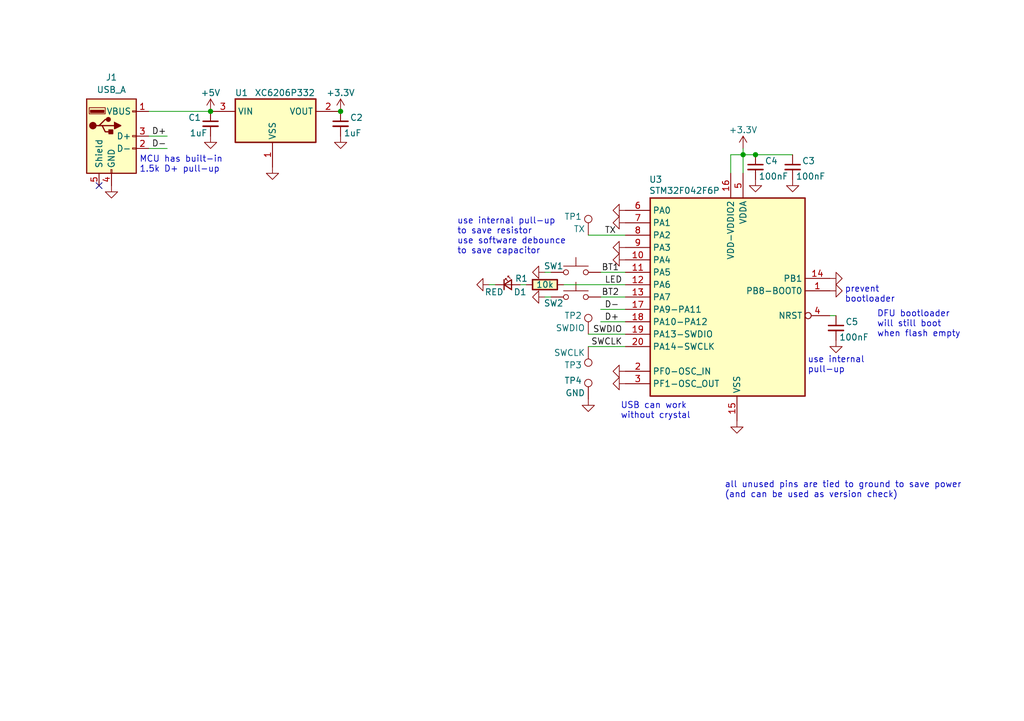
<source format=kicad_sch>
(kicad_sch (version 20231120) (generator "eeschema") (generator_version "8.0")
  (paper "A5")
  (title_block (title "passkey") (date "$date$") (rev "$version$.$revision$") (company "CuVoodoo") (comment 1 "King Kévin") (comment 2 "CERN-OHL-S") (comment 3 "credential typer"))
  (lib_symbols
    (symbol "Connector:TestPoint" (pin_numbers hide) (pin_names (offset 0.762) hide)
      (property "Reference" "TP" (at 0 6.858 0))
      (property "Value" "TestPoint" (at 0 5.08 0))
      (symbol "TestPoint_0_1"
        (circle (center 0 3.302) (radius 0.762))
      )
      (symbol "TestPoint_1_1"
        (pin passive line (at 0 0 90) (length 2.54) (name "1") (number "1"))
      )
    )
    (symbol "Connector:USB_A" (pin_names (offset 1.016))
      (property "Reference" "J" (at -5.08 11.43 0))
      (property "Value" "USB_A" (at -5.08 8.89 0))
      (symbol "USB_A_0_1"
        (rectangle (start -5.08 -7.62) (end 5.08 7.62) (stroke (width 0.254)) (fill (type background)))
        (circle (center -3.81 2.159) (radius 0.635) (stroke (width 0.254)) (fill (type outline)))
        (rectangle (start -1.524 4.826) (end -4.318 5.334) (fill (type outline)))
        (rectangle (start -1.27 4.572) (end -4.572 5.842))
        (circle (center -0.635 3.429) (radius 0.381) (stroke (width 0.254)) (fill (type outline)))
        (rectangle (start -0.127 -7.62) (end 0.127 -6.858))
        (polyline (pts (xy -3.175 2.159) (xy -2.54 2.159) (xy -1.27 3.429) (xy -0.635 3.429)) (stroke (width 0.254)))
        (polyline (pts (xy -2.54 2.159) (xy -1.905 2.159) (xy -1.27 0.889) (xy 0 0.889)) (stroke (width 0.254)))
        (polyline (pts (xy 0.635 2.794) (xy 0.635 1.524) (xy 1.905 2.159) (xy 0.635 2.794)) (stroke (width 0.254)) (fill (type outline)))
        (rectangle (start 0.254 1.27) (end -0.508 0.508) (stroke (width 0.254)) (fill (type outline)))
        (rectangle (start 5.08 -2.667) (end 4.318 -2.413))
        (rectangle (start 5.08 -0.127) (end 4.318 0.127))
        (rectangle (start 5.08 4.953) (end 4.318 5.207))
      )
      (symbol "USB_A_1_1"
        (polyline (pts (xy -1.905 2.159) (xy 0.635 2.159)) (stroke (width 0.254)))
        (pin power_in line (at 7.62 5.08 180) (length 2.54) (name "VBUS") (number "1"))
        (pin bidirectional line (at 7.62 -2.54 180) (length 2.54) (name "D-") (number "2"))
        (pin bidirectional line (at 7.62 0 180) (length 2.54) (name "D+") (number "3"))
        (pin power_in line (at 0 -10.16 90) (length 2.54) (name "GND") (number "4"))
        (pin passive line (at -2.54 -10.16 90) (length 2.54) (name "Shield") (number "5"))
      )
    )
    (symbol "partdb:LED/KT-0603R" (pin_numbers hide) (pin_names (offset 0.254) hide)
      (property "Reference" "D" (at -1.27 3.175 0))
      (property "Value" "LED_Small" (at -4.445 -2.54 0))
      (symbol "LED/KT-0603R_0_1"
        (polyline (pts (xy -0.762 -1.016) (xy -0.762 1.016)) (stroke (width 0.254)))
        (polyline (pts (xy 1.016 0) (xy -0.762 0)))
        (polyline (pts (xy 0.762 -1.016) (xy -0.762 0) (xy 0.762 1.016) (xy 0.762 -1.016)) (stroke (width 0.254)))
        (polyline (pts (xy 0 0.762) (xy -0.508 1.27) (xy -0.254 1.27) (xy -0.508 1.27) (xy -0.508 1.016)))
        (polyline (pts (xy 0.508 1.27) (xy 0 1.778) (xy 0.254 1.778) (xy 0 1.778) (xy 0 1.524)))
      )
      (symbol "LED/KT-0603R_1_1"
        (pin passive line (at -2.54 0 0) (length 1.778) (name "K") (number "1"))
        (pin passive line (at 2.54 0 180) (length 1.778) (name "A") (number "2"))
      )
    )
    (symbol "partdb:MCU/STM32F042F6P6"
      (property "Reference" "U" (at 0 0.762 0))
      (property "Value" "STM32F042FxP" (at 18.542 -41.402 0))
      (symbol "MCU/STM32F042F6P6_1_1"
        (rectangle (start 0 0) (end 31.75 -40.64) (stroke (width 0.305)) (fill (type background)))
        (pin bidirectional line (at 36.83 -19.05 180) (length 5.08) (name "PB8-BOOT0") (number "1"))
        (pin bidirectional line (at -5.08 -12.7 0) (length 5.08) (name "PA4") (number "10"))
        (pin bidirectional line (at -5.08 -15.24 0) (length 5.08) (name "PA5") (number "11"))
        (pin bidirectional line (at -5.08 -17.78 0) (length 5.08) (name "PA6") (number "12"))
        (pin bidirectional line (at -5.08 -20.32 0) (length 5.08) (name "PA7") (number "13"))
        (pin bidirectional line (at 36.83 -16.51 180) (length 5.08) (name "PB1") (number "14"))
        (pin power_in line (at 17.78 -45.72 90) (length 5.08) (name "VSS") (number "15"))
        (pin unspecified line (at 16.51 5.08 270) (length 5.08) (name "VDD-VDDIO2") (number "16"))
        (pin bidirectional line (at -5.08 -22.86 0) (length 5.08) (name "PA9-PA11") (number "17"))
        (pin bidirectional line (at -5.08 -25.4 0) (length 5.08) (name "PA10-PA12") (number "18"))
        (pin bidirectional line (at -5.08 -27.94 0) (length 5.08) (name "PA13-SWDIO") (number "19"))
        (pin bidirectional line (at -5.08 -35.56 0) (length 5.08) (name "PF0-OSC_IN") (number "2"))
        (pin bidirectional line (at -5.08 -30.48 0) (length 5.08) (name "PA14-SWCLK") (number "20"))
        (pin bidirectional line (at -5.08 -38.1 0) (length 5.08) (name "PF1-OSC_OUT") (number "3"))
        (pin input inverted (at 36.83 -24.13 180) (length 5.08) (name "NRST") (number "4"))
        (pin power_in line (at 19.05 5.08 270) (length 5.08) (name "VDDA") (number "5"))
        (pin bidirectional line (at -5.08 -2.54 0) (length 5.08) (name "PA0") (number "6"))
        (pin bidirectional line (at -5.08 -5.08 0) (length 5.08) (name "PA1") (number "7"))
        (pin bidirectional line (at -5.08 -7.62 0) (length 5.08) (name "PA2") (number "8"))
        (pin bidirectional line (at -5.08 -10.16 0) (length 5.08) (name "PA3") (number "9"))
      )
    )
    (symbol "partdb:button/1TS003B-1900-3500A-CT" (pin_numbers hide) (pin_names (offset 1.016) hide)
      (property "Reference" "SW" (at 1.27 2.54 0))
      (property "Value" "SW_Push" (at 0 -1.524 0))
      (symbol "button/1TS003B-1900-3500A-CT_0_1"
        (circle (center -2.032 0) (radius 0.508))
        (polyline (pts (xy 0 1.27) (xy 0 3.048)))
        (polyline (pts (xy 2.54 1.27) (xy -2.54 1.27)))
        (circle (center 2.032 0) (radius 0.508))
        (pin passive line (at -5.08 0 0) (length 2.54) (name "1") (number "1"))
        (pin passive line (at 5.08 0 180) (length 2.54) (name "2") (number "2"))
      )
    )
    (symbol "partdb:capacitor/C0603 0.1uF 50V" (pin_numbers hide) (pin_names (offset 0.254) hide)
      (property "Reference" "C" (at 0.254 1.778 0))
      (property "Value" "C_Small" (at 0.254 -2.032 0))
      (symbol "capacitor/C0603 0.1uF 50V_0_1"
        (polyline (pts (xy -1.524 -0.508) (xy 1.524 -0.508)) (stroke (width 0.3302)))
        (polyline (pts (xy -1.524 0.508) (xy 1.524 0.508)) (stroke (width 0.3048)))
      )
      (symbol "capacitor/C0603 0.1uF 50V_1_1"
        (pin passive line (at 0 2.54 270) (length 2.032) (name "~") (number "1"))
        (pin passive line (at 0 -2.54 90) (length 2.032) (name "~") (number "2"))
      )
    )
    (symbol "partdb:capacitor/CL10A105KB8NNNC" (pin_numbers hide) (pin_names (offset 0.254) hide)
      (property "Reference" "C" (at 0.254 1.778 0))
      (property "Value" "C_Small" (at 0.254 -2.032 0))
      (symbol "capacitor/CL10A105KB8NNNC_0_1"
        (polyline (pts (xy -1.524 -0.508) (xy 1.524 -0.508)) (stroke (width 0.3302)))
        (polyline (pts (xy -1.524 0.508) (xy 1.524 0.508)) (stroke (width 0.3048)))
      )
      (symbol "capacitor/CL10A105KB8NNNC_1_1"
        (pin passive line (at 0 2.54 270) (length 2.032) (name "~") (number "1"))
        (pin passive line (at 0 -2.54 90) (length 2.032) (name "~") (number "2"))
      )
    )
    (symbol "partdb:resistor/0603WAF1002T5E" (pin_numbers hide) (pin_names hide)
      (property "Reference" "R" (at 0 1.778 0))
      (property "Value" "R0603" (at 0 -1.778 0))
      (symbol "resistor/0603WAF1002T5E_1_1"
        (rectangle (start -2.54 1.016) (end 2.54 -1.016) (stroke (width 0.305)) (fill (type background)))
        (pin passive line (at -3.81 0 0) (length 1.27) (name "L") (number "1"))
        (pin passive line (at 3.81 0 180) (length 1.27) (name "R") (number "2"))
      )
    )
    (symbol "partdb:voltage regulator/XC6206P332MR"
      (property "Reference" "U" (at 8.255 0.762 0))
      (property "Value" "XC6206" (at 8.382 -9.652 0))
      (symbol "voltage regulator/XC6206P332MR_1_1"
        (rectangle (start 0 0) (end 16.51 -8.89) (stroke (width 0.305)) (fill (type background)))
        (pin power_in line (at 7.62 -13.97 90) (length 5.08) (name "VSS") (number "1"))
        (pin unspecified line (at 21.59 -2.54 180) (length 5.08) (name "VOUT") (number "2"))
        (pin power_in line (at -5.08 -2.54 0) (length 5.08) (name "VIN") (number "3"))
      )
    )
    (symbol "power:+3.3V" (power) (pin_names (offset 0))
      (property "Value" "+3.3V" (at 0 3.556 0))
      (symbol "+3.3V_0_1"
        (polyline (pts (xy -0.762 1.27) (xy 0 2.54)))
        (polyline (pts (xy 0 0) (xy 0 2.54)))
        (polyline (pts (xy 0 2.54) (xy 0.762 1.27)))
      )
      (symbol "+3.3V_1_1"
        (pin power_in line (at 0 0 90) (length 0) hide (name "+3.3V") (number "1"))
      )
    )
    (symbol "power:+5V" (power) (pin_names (offset 0))
      (property "Value" "+5V" (at 0 3.556 0))
      (symbol "+5V_0_1"
        (polyline (pts (xy -0.762 1.27) (xy 0 2.54)))
        (polyline (pts (xy 0 0) (xy 0 2.54)))
        (polyline (pts (xy 0 2.54) (xy 0.762 1.27)))
      )
      (symbol "+5V_1_1"
        (pin power_in line (at 0 0 90) (length 0) hide (name "+5V") (number "1"))
      )
    )
    (symbol "power:GND" (power) (pin_names (offset 0))
      (property "Value" "GND" (at 0 -3.81 0))
      (symbol "GND_0_1"
        (polyline (pts (xy 0 0) (xy 0 -1.27) (xy 1.27 -1.27) (xy 0 -2.54) (xy -1.27 -1.27) (xy 0 -1.27)))
      )
      (symbol "GND_1_1"
        (pin power_in line (at 0 0 270) (length 0) hide (name "GND") (number "1"))
      )
    )
  )
  (junction (at 69.85 22.86))
  (junction (at 154.94 31.75))
  (junction (at 152.4 31.75))
  (junction (at 43.18 22.86))
  (no_connect (at 20.32 38.1))
  (wire (pts (xy 120.65 48.26) (xy 128.27 48.26)))
  (wire (pts (xy 171.45 64.77) (xy 170.18 64.77)))
  (wire (pts (xy 152.4 31.75) (xy 149.86 31.75)))
  (wire (pts (xy 123.19 55.88) (xy 128.27 55.88)))
  (wire (pts (xy 123.19 63.5) (xy 128.27 63.5)))
  (wire (pts (xy 162.56 31.75) (xy 154.94 31.75)))
  (wire (pts (xy 123.19 66.04) (xy 128.27 66.04)))
  (wire (pts (xy 30.48 27.94) (xy 34.29 27.94)))
  (wire (pts (xy 120.65 71.12) (xy 128.27 71.12)))
  (wire (pts (xy 152.4 30.48) (xy 152.4 31.75)))
  (wire (pts (xy 128.27 60.96) (xy 123.19 60.96)))
  (wire (pts (xy 106.68 58.42) (xy 107.95 58.42)))
  (wire (pts (xy 154.94 31.75) (xy 152.4 31.75)))
  (wire (pts (xy 149.86 31.75) (xy 149.86 35.56)))
  (wire (pts (xy 100.33 58.42) (xy 101.6 58.42)))
  (wire (pts (xy 115.57 58.42) (xy 128.27 58.42)))
  (wire (pts (xy 152.4 31.75) (xy 152.4 35.56)))
  (wire (pts (xy 111.76 60.96) (xy 113.03 60.96)))
  (wire (pts (xy 111.76 55.88) (xy 113.03 55.88)))
  (wire (pts (xy 30.48 22.86) (xy 43.18 22.86)))
  (wire (pts (xy 120.65 68.58) (xy 128.27 68.58)))
  (wire (pts (xy 30.48 30.48) (xy 34.29 30.48)))
  (text "use internal\npull-up" (at 165.608 76.708 0) (effects (font (size 1.27 1.27)) (justify left bottom)))
  (text "all unused pins are tied to ground to save power\n(and can be used as version check)" (at 148.59 102.362 0) (effects (font (size 1.27 1.27)) (justify left bottom)))
  (text "prevent\nbootloader" (at 173.228 62.23 0) (effects (font (size 1.27 1.27)) (justify left bottom)))
  (text "USB can work\nwithout crystal" (at 127.254 86.106 0) (effects (font (size 1.27 1.27)) (justify left bottom)))
  (text "DFU bootloader\nwill still boot\nwhen flash empty" (at 179.832 66.548 0) (effects (font (size 1.27 1.27)) (justify left)))
  (text "MCU has built-in\n1.5k D+ pull-up" (at 28.575 35.56 0) (effects (font (size 1.27 1.27)) (justify left bottom)))
  (text "use internal pull-up\nto save resistor\nuse software debounce\nto save capacitor" (at 93.726 52.324 0) (effects (font (size 1.27 1.27)) (justify left bottom)))
  (label "D-" (at 31.115 30.48 0))
  (label "D+" (at 127 66.04 180))
  (label "BT2" (at 127 60.96 180))
  (label "BT1" (at 127 55.88 180))
  (label "D+" (at 31.115 27.94 0))
  (label "TX" (at 126.365 48.26 180))
  (label "LED" (at 127.635 58.42 180))
  (label "SWDIO" (at 127.635 68.58 180))
  (label "SWCLK" (at 127.635 71.12 180))
  (label "D-" (at 127 63.5 180))
  (symbol (lib_id "power:GND") (at 43.18 27.94 0) (unit 1)
    (property "Reference" "#PWR03" (effects (hide yes)))
    (property "Value" "GND" (effects (hide yes)))
  )
  (symbol (lib_id "power:GND") (at 170.18 57.15 90) (mirror x) (unit 1)
    (property "Reference" "#PWR023" (effects (hide yes)))
    (property "Value" "GND" (effects (hide yes)))
  )
  (symbol (lib_id "power:GND") (at 151.13 86.36 0) (mirror y) (unit 1)
    (property "Reference" "#PWR016" (effects (hide yes)))
    (property "Value" "GND" (effects (hide yes)))
  )
  (symbol (lib_id "partdb:MCU/STM32F042F6P6") (at 133.35 40.64 0) (unit 1)
    (property "Reference" "U3" (at 133.096 36.83 0) (effects (justify left)))
    (property "Value" "STM32F042F6P" (at 133.096 39.116 0) (effects (justify left)))
    (property "Footprint" "qeda:SOP65P640X120-20N" (effects (hide yes)))
    (property "Datasheet" "https://www.st.com/resource/en/datasheet/stm32f042f6.pdf" (effects (hide yes)))
    (property "Description" "Cortex-M0 USB line MCU, 32KB flash" (effects (hide yes)))
    (property "qeda_part" "mcu/st_stm32f042" (effects (hide yes)))
    (property "qeda_variant" "FxP" (effects (hide yes)))
    (property "JLCPCB_CORRECTION" "0;0;90" (effects (hide yes)))
    (property "LCSC" "C2969989" (effects (hide yes)))
  )
  (symbol (lib_id "partdb:LED/KT-0603R") (at 104.14 58.42 0) (unit 1)
    (property "Reference" "D1" (at 106.68 59.944 0))
    (property "Value" "RED" (at 101.346 59.944 0))
    (property "Footprint" "qeda:UPC1608X90N" (effects (hide yes)))
    (property "Datasheet" "https://datasheet.lcsc.com/lcsc/1810231112_Hubei-KENTO-Elec-KT-0603R_C2286.pdf" (effects (hide yes)))
    (property "Description" "LED red 0603" (effects (hide yes)))
    (property "qeda_part" "diode/led0603" (effects (hide yes)))
    (property "JLCPCB_CORRECTION" "0;0;90" (effects (hide yes)))
    (property "JLCPCB" "C2286" (effects (hide yes)))
  )
  (symbol (lib_id "power:GND") (at 154.94 36.83 0) (mirror y) (unit 1)
    (property "Reference" "#PWR010" (effects (hide yes)))
    (property "Value" "GND" (effects (hide yes)))
  )
  (symbol (lib_id "partdb:resistor/0603WAF1002T5E") (at 111.76 58.42 0) (mirror y) (unit 1)
    (property "Reference" "R1" (at 106.934 57.15 0))
    (property "Value" "10k" (at 111.76 58.42 0))
    (property "Footprint" "qeda:UC1608X55N" (effects (hide yes)))
    (property "Datasheet" "https://datasheet.lcsc.com/lcsc/2206010045_UNI-ROYAL-Uniroyal-Elec-0603WAF1002T5E_C25804.pdf" (effects (hide yes)))
    (property "Description" "R0603 10k 1%" (effects (hide yes)))
    (property "qeda_part" "resistor/r0603" (effects (hide yes)))
    (property "JLCPCB_CORRECTION" "0;0;-90" (effects (hide yes)))
    (property "LCSC" "C25804" (effects (hide yes)))
    (property "JLCPCB" "C21190" (effects (hide yes)))
  )
  (symbol (lib_id "power:GND") (at 120.65 81.915 0) (unit 1)
    (property "Reference" "#PWR013" (effects (hide yes)))
    (property "Value" "GND" (effects (hide yes)))
  )
  (symbol (lib_id "partdb:capacitor/CL10A105KB8NNNC") (at 69.85 25.4 0) (unit 1)
    (property "Reference" "C2" (at 71.755 24.13 0) (effects (justify left)))
    (property "Value" "1uF" (at 70.485 27.305 0) (effects (justify left)))
    (property "Footprint" "qeda:CAPC1608X92N" (effects (hide yes)))
    (property "Datasheet" "https://datasheet.lcsc.com/lcsc/2304140030_Samsung-Electro-Mechanics-CL10A105KB8NNNC_C15849.pdf" (effects (hide yes)))
    (property "Description" "C0603 1uF 50V" (effects (hide yes)))
    (property "qeda_part" "capacitor/c0603" (effects (hide yes)))
    (property "JLCPCB_CORRECTION" "0;0;-90" (effects (hide yes)))
    (property "JLCPCB" "C15849" (effects (hide yes)))
  )
  (symbol (lib_id "partdb:voltage regulator/XC6206P332MR") (at 48.26 20.32 0) (unit 1)
    (property "Reference" "U1" (at 49.53 19.05 0))
    (property "Value" "XC6206P332" (at 58.42 19.05 0))
    (property "Footprint" "qeda:SOT95P280X130-3N" (effects (hide yes)))
    (property "Datasheet" "https://www.torexsemi.com/file/xc6206/XC6206.pdf" (effects (hide yes)))
    (property "Description" "LDO 3.3V 0.2A" (effects (hide yes)))
    (property "qeda_part" "vreg/ldo_torex_xc6206" (effects (hide yes)))
    (property "qeda_variant" "MR" (effects (hide yes)))
    (property "JLCPCB_CORRECTION" "0;0;0" (effects (hide yes)))
    (property "JLCPCB" "C5446" (effects (hide yes)))
  )
  (symbol (lib_id "power:GND") (at 111.76 60.96 270) (mirror x) (unit 1)
    (property "Reference" "#PWR014" (effects (hide yes)))
    (property "Value" "GND" (effects (hide yes)))
  )
  (symbol (lib_id "Connector:TestPoint") (at 120.65 71.12 180) (unit 1)
    (property "Reference" "TP3" (at 119.38 74.93 0) (effects (justify left)))
    (property "Value" "SWCLK" (at 120.015 72.39 0) (effects (justify left)))
    (property "Footprint" "TestPoint:TestPoint_Pad_D1.0mm" (effects (hide yes)))
  )
  (symbol (lib_id "partdb:button/1TS003B-1900-3500A-CT") (at 118.11 55.88 0) (unit 1)
    (property "Reference" "SW1" (at 113.538 54.61 0))
    (property "Value" "SW_Push" (effects (hide yes)))
    (property "Footprint" "qeda:MECHANICAL_1TS003B" (effects (hide yes)))
    (property "Datasheet" "https://datasheet.lcsc.com/lcsc/1811070920_HYP--Hongyuan-Precision-1TS003B-1900-3500A-CT_C319395.pdf" (effects (hide yes)))
    (property "Description" "side button" (effects (hide yes)))
    (property "qeda_part" "mechanical/smd-button_hyp_1ts003b" (effects (hide yes)))
    (property "JLCPCB_CORRECTION" "0;-0.7;180" (effects (hide yes)))
    (property "LCSC" "C319395" (effects (hide yes)))
  )
  (symbol (lib_id "power:GND") (at 111.76 55.88 270) (mirror x) (unit 1)
    (property "Reference" "#PWR06" (effects (hide yes)))
    (property "Value" "GND" (effects (hide yes)))
  )
  (symbol (lib_id "power:GND") (at 22.86 38.1 0) (unit 1)
    (property "Reference" "#PWR01" (effects (hide yes)))
    (property "Value" "GND" (effects (hide yes)))
  )
  (symbol (lib_id "power:+3.3V") (at 152.4 30.48 0) (mirror y) (unit 1)
    (property "Reference" "#PWR011" (effects (hide yes)))
    (property "Value" "+3.3V" (at 152.4 26.67 0))
  )
  (symbol (lib_id "power:+3.3V") (at 69.85 22.86 0) (unit 1)
    (property "Reference" "#PWR07" (effects (hide yes)))
    (property "Value" "+3.3V" (at 69.85 19.05 0))
  )
  (symbol (lib_id "partdb:capacitor/C0603 0.1uF 50V") (at 154.94 34.29 0) (unit 1)
    (property "Reference" "C4" (at 156.845 33.02 0) (effects (justify left)))
    (property "Value" "100nF" (at 155.575 36.195 0) (effects (justify left)))
    (property "Footprint" "qeda:CAPC1608X92N" (effects (hide yes)))
    (property "Description" "100nF ±20% 50V X7R" (effects (hide yes)))
    (property "qeda_part" "capacitor/c0603" (effects (hide yes)))
    (property "JLCPCB_CORRECTION" "0;0;-90" (effects (hide yes)))
    (property "LCSC" "C108097" (effects (hide yes)))
    (property "JLCPCB" "C14663" (effects (hide yes)))
  )
  (symbol (lib_id "partdb:capacitor/CL10A105KB8NNNC") (at 43.18 25.4 0) (mirror y) (unit 1)
    (property "Reference" "C1" (at 41.275 24.13 0) (effects (justify left)))
    (property "Value" "1uF" (at 42.545 27.305 0) (effects (justify left)))
    (property "Footprint" "qeda:CAPC1608X92N" (effects (hide yes)))
    (property "Datasheet" "https://datasheet.lcsc.com/lcsc/2304140030_Samsung-Electro-Mechanics-CL10A105KB8NNNC_C15849.pdf" (effects (hide yes)))
    (property "Description" "C0603 1uF 50V" (effects (hide yes)))
    (property "qeda_part" "capacitor/c0603" (effects (hide yes)))
    (property "JLCPCB_CORRECTION" "0;0;-90" (effects (hide yes)))
    (property "JLCPCB" "C15849" (effects (hide yes)))
  )
  (symbol (lib_id "partdb:capacitor/C0603 0.1uF 50V") (at 171.45 67.31 0) (unit 1)
    (property "Reference" "C5" (at 173.355 66.04 0) (effects (justify left)))
    (property "Value" "100nF" (at 172.085 69.215 0) (effects (justify left)))
    (property "Footprint" "qeda:CAPC1608X92N" (effects (hide yes)))
    (property "Description" "100nF ±20% 50V X7R" (effects (hide yes)))
    (property "qeda_part" "capacitor/c0603" (effects (hide yes)))
    (property "JLCPCB_CORRECTION" "0;0;-90" (effects (hide yes)))
    (property "LCSC" "C108097" (effects (hide yes)))
    (property "JLCPCB" "C14663" (effects (hide yes)))
  )
  (symbol (lib_id "Connector:TestPoint") (at 120.65 48.26 0) (mirror y) (unit 1)
    (property "Reference" "TP1" (at 119.38 44.45 0) (effects (justify left)))
    (property "Value" "TX" (at 120.015 46.99 0) (effects (justify left)))
    (property "Footprint" "TestPoint:TestPoint_Pad_D1.0mm" (effects (hide yes)))
  )
  (symbol (lib_id "Connector:USB_A") (at 22.86 27.94 0) (unit 1) (in_bom no)
    (property "Reference" "J1" (at 22.86 15.875 0))
    (property "Value" "USB_A" (at 22.86 18.415 0))
    (property "Footprint" "qeda:CONNECTOR_USB-A-PLUG" (effects (hide yes)))
    (property "Datasheet" " ~" (effects (hide yes)))
  )
  (symbol (lib_id "Connector:TestPoint") (at 120.65 68.58 0) (mirror y) (unit 1)
    (property "Reference" "TP2" (at 119.38 64.77 0) (effects (justify left)))
    (property "Value" "SWDIO" (at 120.015 67.31 0) (effects (justify left)))
    (property "Footprint" "TestPoint:TestPoint_Pad_D1.0mm" (effects (hide yes)))
  )
  (symbol (lib_id "power:GND") (at 128.27 53.34 270) (mirror x) (unit 1)
    (property "Reference" "#PWR020" (effects (hide yes)))
    (property "Value" "GND" (effects (hide yes)))
  )
  (symbol (lib_id "power:GND") (at 100.33 58.42 270) (mirror x) (unit 1)
    (property "Reference" "#PWR017" (effects (hide yes)))
    (property "Value" "GND" (effects (hide yes)))
  )
  (symbol (lib_id "partdb:capacitor/C0603 0.1uF 50V") (at 162.56 34.29 0) (unit 1)
    (property "Reference" "C3" (at 164.465 33.02 0) (effects (justify left)))
    (property "Value" "100nF" (at 163.195 36.195 0) (effects (justify left)))
    (property "Footprint" "qeda:CAPC1608X92N" (effects (hide yes)))
    (property "Description" "100nF ±20% 50V X7R" (effects (hide yes)))
    (property "qeda_part" "capacitor/c0603" (effects (hide yes)))
    (property "JLCPCB_CORRECTION" "0;0;-90" (effects (hide yes)))
    (property "LCSC" "C108097" (effects (hide yes)))
    (property "JLCPCB" "C14663" (effects (hide yes)))
  )
  (symbol (lib_id "Connector:TestPoint") (at 120.65 81.915 0) (mirror y) (unit 1)
    (property "Reference" "TP4" (at 119.38 78.105 0) (effects (justify left)))
    (property "Value" "GND" (at 120.015 80.645 0) (effects (justify left)))
    (property "Footprint" "TestPoint:TestPoint_Pad_D1.0mm" (effects (hide yes)))
  )
  (symbol (lib_id "power:GND") (at 128.27 43.18 270) (mirror x) (unit 1)
    (property "Reference" "#PWR04" (effects (hide yes)))
    (property "Value" "GND" (effects (hide yes)))
  )
  (symbol (lib_id "power:GND") (at 128.27 78.74 270) (mirror x) (unit 1)
    (property "Reference" "#PWR022" (effects (hide yes)))
    (property "Value" "GND" (effects (hide yes)))
  )
  (symbol (lib_id "power:GND") (at 128.27 76.2 270) (mirror x) (unit 1)
    (property "Reference" "#PWR021" (effects (hide yes)))
    (property "Value" "GND" (effects (hide yes)))
  )
  (symbol (lib_id "power:GND") (at 128.27 50.8 270) (mirror x) (unit 1)
    (property "Reference" "#PWR019" (effects (hide yes)))
    (property "Value" "GND" (effects (hide yes)))
  )
  (symbol (lib_id "power:GND") (at 170.18 59.69 90) (unit 1)
    (property "Reference" "#PWR015" (effects (hide yes)))
    (property "Value" "GND" (effects (hide yes)))
  )
  (symbol (lib_id "power:GND") (at 69.85 27.94 0) (unit 1)
    (property "Reference" "#PWR08" (effects (hide yes)))
    (property "Value" "GND" (effects (hide yes)))
  )
  (symbol (lib_id "power:GND") (at 162.56 36.83 0) (mirror y) (unit 1)
    (property "Reference" "#PWR09" (effects (hide yes)))
    (property "Value" "GND" (effects (hide yes)))
  )
  (symbol (lib_id "power:+5V") (at 43.18 22.86 0) (unit 1)
    (property "Reference" "#PWR02" (effects (hide yes)))
    (property "Value" "+5V" (at 43.18 19.05 0))
  )
  (symbol (lib_id "partdb:button/1TS003B-1900-3500A-CT") (at 118.11 60.96 0) (mirror y) (unit 1)
    (property "Reference" "SW2" (at 113.538 62.23 0))
    (property "Value" "SW_Push" (effects (hide yes)))
    (property "Footprint" "qeda:MECHANICAL_1TS003B" (effects (hide yes)))
    (property "Datasheet" "https://datasheet.lcsc.com/lcsc/1811070920_HYP--Hongyuan-Precision-1TS003B-1900-3500A-CT_C319395.pdf" (effects (hide yes)))
    (property "Description" "side button" (effects (hide yes)))
    (property "qeda_part" "mechanical/smd-button_hyp_1ts003b" (effects (hide yes)))
    (property "JLCPCB_CORRECTION" "0;-0.7;180" (effects (hide yes)))
    (property "LCSC" "C319395" (effects (hide yes)))
  )
  (symbol (lib_id "power:GND") (at 171.45 69.85 0) (mirror y) (unit 1)
    (property "Reference" "#PWR012" (effects (hide yes)))
    (property "Value" "GND" (effects (hide yes)))
  )
  (symbol (lib_id "power:GND") (at 128.27 45.72 270) (mirror x) (unit 1)
    (property "Reference" "#PWR018" (effects (hide yes)))
    (property "Value" "GND" (effects (hide yes)))
  )
  (symbol (lib_id "power:GND") (at 55.88 34.29 0) (unit 1)
    (property "Reference" "#PWR05" (effects (hide yes)))
    (property "Value" "GND" (effects (hide yes)))
  )
)
</source>
